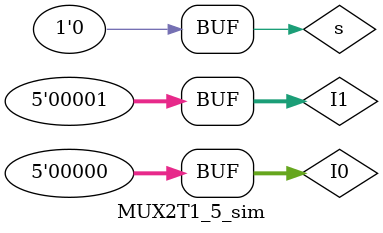
<source format=v>
`timescale 1ns / 1ps


module MUX2T1_5_sim;
    reg [4:0]I0;
    reg [4:0]I1;
    reg s;
    wire [4:0]o;
MUX2T1_5 MUX2T5(
    .I0(I0),
    .I1(I1),
    .s(s),
    .o(o)
);

initial begin
    s = 0; 
    I0 = 0;
    I1 = 1;
    #100;
    s = 0;
    #40;
    s = 1;
    #40;
    s = 0;;
    
end  
endmodule

</source>
